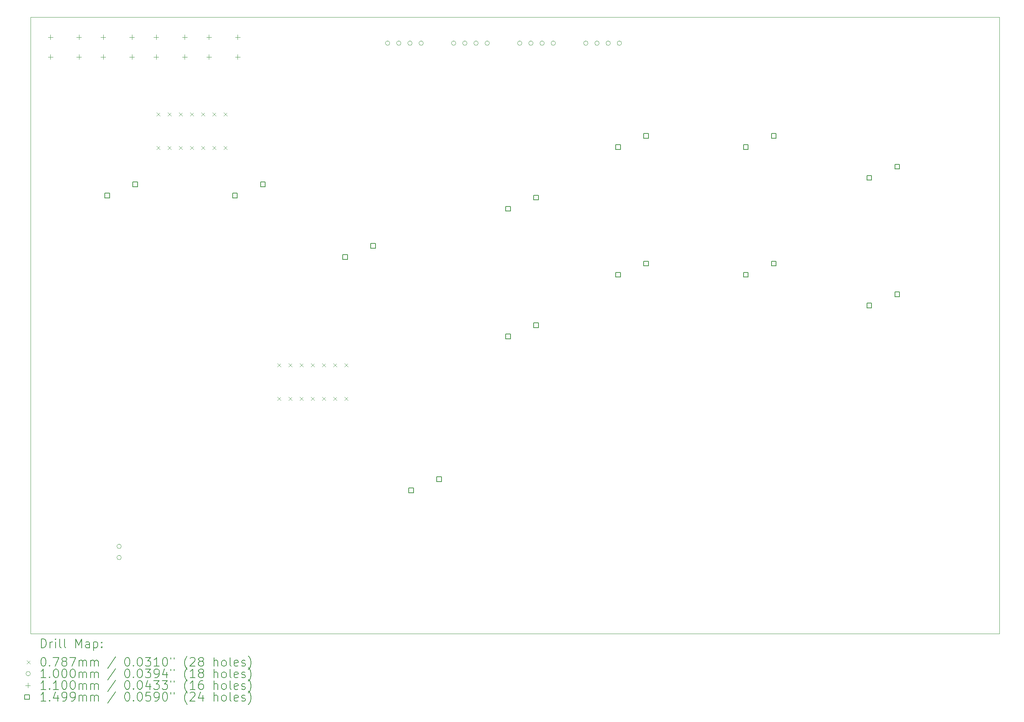
<source format=gbr>
%TF.GenerationSoftware,KiCad,Pcbnew,7.0.2*%
%TF.CreationDate,2023-06-12T14:06:48-07:00*%
%TF.ProjectId,DS5,4453352e-6b69-4636-9164-5f7063625858,rev?*%
%TF.SameCoordinates,Original*%
%TF.FileFunction,Drillmap*%
%TF.FilePolarity,Positive*%
%FSLAX45Y45*%
G04 Gerber Fmt 4.5, Leading zero omitted, Abs format (unit mm)*
G04 Created by KiCad (PCBNEW 7.0.2) date 2023-06-12 14:06:48*
%MOMM*%
%LPD*%
G01*
G04 APERTURE LIST*
%ADD10C,0.100000*%
%ADD11C,0.200000*%
%ADD12C,0.078740*%
%ADD13C,0.110000*%
%ADD14C,0.149860*%
G04 APERTURE END LIST*
D10*
X1800000Y-1700000D02*
X23800000Y-1700000D01*
X23800000Y-15700000D01*
X1800000Y-15700000D01*
X1800000Y-1700000D01*
D11*
D12*
X4660630Y-3860630D02*
X4739370Y-3939370D01*
X4739370Y-3860630D02*
X4660630Y-3939370D01*
X4660630Y-4622630D02*
X4739370Y-4701370D01*
X4739370Y-4622630D02*
X4660630Y-4701370D01*
X4914630Y-3860630D02*
X4993370Y-3939370D01*
X4993370Y-3860630D02*
X4914630Y-3939370D01*
X4914630Y-4622630D02*
X4993370Y-4701370D01*
X4993370Y-4622630D02*
X4914630Y-4701370D01*
X5168630Y-3860630D02*
X5247370Y-3939370D01*
X5247370Y-3860630D02*
X5168630Y-3939370D01*
X5168630Y-4622630D02*
X5247370Y-4701370D01*
X5247370Y-4622630D02*
X5168630Y-4701370D01*
X5422630Y-3860630D02*
X5501370Y-3939370D01*
X5501370Y-3860630D02*
X5422630Y-3939370D01*
X5422630Y-4622630D02*
X5501370Y-4701370D01*
X5501370Y-4622630D02*
X5422630Y-4701370D01*
X5676630Y-3860630D02*
X5755370Y-3939370D01*
X5755370Y-3860630D02*
X5676630Y-3939370D01*
X5676630Y-4622630D02*
X5755370Y-4701370D01*
X5755370Y-4622630D02*
X5676630Y-4701370D01*
X5930630Y-3860630D02*
X6009370Y-3939370D01*
X6009370Y-3860630D02*
X5930630Y-3939370D01*
X5930630Y-4622630D02*
X6009370Y-4701370D01*
X6009370Y-4622630D02*
X5930630Y-4701370D01*
X6184630Y-3860630D02*
X6263370Y-3939370D01*
X6263370Y-3860630D02*
X6184630Y-3939370D01*
X6184630Y-4622630D02*
X6263370Y-4701370D01*
X6263370Y-4622630D02*
X6184630Y-4701370D01*
X7406630Y-9560630D02*
X7485370Y-9639370D01*
X7485370Y-9560630D02*
X7406630Y-9639370D01*
X7406630Y-10322630D02*
X7485370Y-10401370D01*
X7485370Y-10322630D02*
X7406630Y-10401370D01*
X7660630Y-9560630D02*
X7739370Y-9639370D01*
X7739370Y-9560630D02*
X7660630Y-9639370D01*
X7660630Y-10322630D02*
X7739370Y-10401370D01*
X7739370Y-10322630D02*
X7660630Y-10401370D01*
X7914630Y-9560630D02*
X7993370Y-9639370D01*
X7993370Y-9560630D02*
X7914630Y-9639370D01*
X7914630Y-10322630D02*
X7993370Y-10401370D01*
X7993370Y-10322630D02*
X7914630Y-10401370D01*
X8168630Y-9560630D02*
X8247370Y-9639370D01*
X8247370Y-9560630D02*
X8168630Y-9639370D01*
X8168630Y-10322630D02*
X8247370Y-10401370D01*
X8247370Y-10322630D02*
X8168630Y-10401370D01*
X8422630Y-9560630D02*
X8501370Y-9639370D01*
X8501370Y-9560630D02*
X8422630Y-9639370D01*
X8422630Y-10322630D02*
X8501370Y-10401370D01*
X8501370Y-10322630D02*
X8422630Y-10401370D01*
X8676630Y-9560630D02*
X8755370Y-9639370D01*
X8755370Y-9560630D02*
X8676630Y-9639370D01*
X8676630Y-10322630D02*
X8755370Y-10401370D01*
X8755370Y-10322630D02*
X8676630Y-10401370D01*
X8930630Y-9560630D02*
X9009370Y-9639370D01*
X9009370Y-9560630D02*
X8930630Y-9639370D01*
X8930630Y-10322630D02*
X9009370Y-10401370D01*
X9009370Y-10322630D02*
X8930630Y-10401370D01*
D10*
X3860000Y-13716000D02*
G75*
G03*
X3860000Y-13716000I-50000J0D01*
G01*
X3860000Y-13970000D02*
G75*
G03*
X3860000Y-13970000I-50000J0D01*
G01*
X9956000Y-2286000D02*
G75*
G03*
X9956000Y-2286000I-50000J0D01*
G01*
X10210000Y-2286000D02*
G75*
G03*
X10210000Y-2286000I-50000J0D01*
G01*
X10464000Y-2286000D02*
G75*
G03*
X10464000Y-2286000I-50000J0D01*
G01*
X10718000Y-2286000D02*
G75*
G03*
X10718000Y-2286000I-50000J0D01*
G01*
X11456000Y-2286000D02*
G75*
G03*
X11456000Y-2286000I-50000J0D01*
G01*
X11710000Y-2286000D02*
G75*
G03*
X11710000Y-2286000I-50000J0D01*
G01*
X11964000Y-2286000D02*
G75*
G03*
X11964000Y-2286000I-50000J0D01*
G01*
X12218000Y-2286000D02*
G75*
G03*
X12218000Y-2286000I-50000J0D01*
G01*
X12956000Y-2286000D02*
G75*
G03*
X12956000Y-2286000I-50000J0D01*
G01*
X13210000Y-2286000D02*
G75*
G03*
X13210000Y-2286000I-50000J0D01*
G01*
X13464000Y-2286000D02*
G75*
G03*
X13464000Y-2286000I-50000J0D01*
G01*
X13718000Y-2286000D02*
G75*
G03*
X13718000Y-2286000I-50000J0D01*
G01*
X14456000Y-2286000D02*
G75*
G03*
X14456000Y-2286000I-50000J0D01*
G01*
X14710000Y-2286000D02*
G75*
G03*
X14710000Y-2286000I-50000J0D01*
G01*
X14964000Y-2286000D02*
G75*
G03*
X14964000Y-2286000I-50000J0D01*
G01*
X15218000Y-2286000D02*
G75*
G03*
X15218000Y-2286000I-50000J0D01*
G01*
D13*
X2250000Y-2095000D02*
X2250000Y-2205000D01*
X2195000Y-2150000D02*
X2305000Y-2150000D01*
X2250000Y-2545000D02*
X2250000Y-2655000D01*
X2195000Y-2600000D02*
X2305000Y-2600000D01*
X2900000Y-2095000D02*
X2900000Y-2205000D01*
X2845000Y-2150000D02*
X2955000Y-2150000D01*
X2900000Y-2545000D02*
X2900000Y-2655000D01*
X2845000Y-2600000D02*
X2955000Y-2600000D01*
X3450000Y-2095000D02*
X3450000Y-2205000D01*
X3395000Y-2150000D02*
X3505000Y-2150000D01*
X3450000Y-2545000D02*
X3450000Y-2655000D01*
X3395000Y-2600000D02*
X3505000Y-2600000D01*
X4100000Y-2095000D02*
X4100000Y-2205000D01*
X4045000Y-2150000D02*
X4155000Y-2150000D01*
X4100000Y-2545000D02*
X4100000Y-2655000D01*
X4045000Y-2600000D02*
X4155000Y-2600000D01*
X4650000Y-2095000D02*
X4650000Y-2205000D01*
X4595000Y-2150000D02*
X4705000Y-2150000D01*
X4650000Y-2545000D02*
X4650000Y-2655000D01*
X4595000Y-2600000D02*
X4705000Y-2600000D01*
X5300000Y-2095000D02*
X5300000Y-2205000D01*
X5245000Y-2150000D02*
X5355000Y-2150000D01*
X5300000Y-2545000D02*
X5300000Y-2655000D01*
X5245000Y-2600000D02*
X5355000Y-2600000D01*
X5850000Y-2095000D02*
X5850000Y-2205000D01*
X5795000Y-2150000D02*
X5905000Y-2150000D01*
X5850000Y-2545000D02*
X5850000Y-2655000D01*
X5795000Y-2600000D02*
X5905000Y-2600000D01*
X6500000Y-2095000D02*
X6500000Y-2205000D01*
X6445000Y-2150000D02*
X6555000Y-2150000D01*
X6500000Y-2545000D02*
X6500000Y-2655000D01*
X6445000Y-2600000D02*
X6555000Y-2600000D01*
D14*
X3592984Y-5798984D02*
X3592984Y-5693016D01*
X3487016Y-5693016D01*
X3487016Y-5798984D01*
X3592984Y-5798984D01*
X4227984Y-5544984D02*
X4227984Y-5439016D01*
X4122016Y-5439016D01*
X4122016Y-5544984D01*
X4227984Y-5544984D01*
X6492984Y-5798984D02*
X6492984Y-5693016D01*
X6387016Y-5693016D01*
X6387016Y-5798984D01*
X6492984Y-5798984D01*
X7127984Y-5544984D02*
X7127984Y-5439016D01*
X7022016Y-5439016D01*
X7022016Y-5544984D01*
X7127984Y-5544984D01*
X8992984Y-7198984D02*
X8992984Y-7093016D01*
X8887016Y-7093016D01*
X8887016Y-7198984D01*
X8992984Y-7198984D01*
X9627984Y-6944984D02*
X9627984Y-6839016D01*
X9522016Y-6839016D01*
X9522016Y-6944984D01*
X9627984Y-6944984D01*
X10492984Y-12498984D02*
X10492984Y-12393016D01*
X10387016Y-12393016D01*
X10387016Y-12498984D01*
X10492984Y-12498984D01*
X11127984Y-12244984D02*
X11127984Y-12139016D01*
X11022016Y-12139016D01*
X11022016Y-12244984D01*
X11127984Y-12244984D01*
X12692984Y-6098984D02*
X12692984Y-5993016D01*
X12587016Y-5993016D01*
X12587016Y-6098984D01*
X12692984Y-6098984D01*
X12692984Y-8998984D02*
X12692984Y-8893016D01*
X12587016Y-8893016D01*
X12587016Y-8998984D01*
X12692984Y-8998984D01*
X13327984Y-5844984D02*
X13327984Y-5739016D01*
X13222016Y-5739016D01*
X13222016Y-5844984D01*
X13327984Y-5844984D01*
X13327984Y-8744984D02*
X13327984Y-8639016D01*
X13222016Y-8639016D01*
X13222016Y-8744984D01*
X13327984Y-8744984D01*
X15192984Y-4698984D02*
X15192984Y-4593016D01*
X15087016Y-4593016D01*
X15087016Y-4698984D01*
X15192984Y-4698984D01*
X15192984Y-7598984D02*
X15192984Y-7493016D01*
X15087016Y-7493016D01*
X15087016Y-7598984D01*
X15192984Y-7598984D01*
X15827984Y-4444984D02*
X15827984Y-4339016D01*
X15722016Y-4339016D01*
X15722016Y-4444984D01*
X15827984Y-4444984D01*
X15827984Y-7344984D02*
X15827984Y-7239016D01*
X15722016Y-7239016D01*
X15722016Y-7344984D01*
X15827984Y-7344984D01*
X18092984Y-4698984D02*
X18092984Y-4593016D01*
X17987016Y-4593016D01*
X17987016Y-4698984D01*
X18092984Y-4698984D01*
X18092984Y-7598984D02*
X18092984Y-7493016D01*
X17987016Y-7493016D01*
X17987016Y-7598984D01*
X18092984Y-7598984D01*
X18727984Y-4444984D02*
X18727984Y-4339016D01*
X18622016Y-4339016D01*
X18622016Y-4444984D01*
X18727984Y-4444984D01*
X18727984Y-7344984D02*
X18727984Y-7239016D01*
X18622016Y-7239016D01*
X18622016Y-7344984D01*
X18727984Y-7344984D01*
X20892984Y-5398984D02*
X20892984Y-5293016D01*
X20787016Y-5293016D01*
X20787016Y-5398984D01*
X20892984Y-5398984D01*
X20892984Y-8298984D02*
X20892984Y-8193016D01*
X20787016Y-8193016D01*
X20787016Y-8298984D01*
X20892984Y-8298984D01*
X21527984Y-5144984D02*
X21527984Y-5039016D01*
X21422016Y-5039016D01*
X21422016Y-5144984D01*
X21527984Y-5144984D01*
X21527984Y-8044984D02*
X21527984Y-7939016D01*
X21422016Y-7939016D01*
X21422016Y-8044984D01*
X21527984Y-8044984D01*
D11*
X2042619Y-16017524D02*
X2042619Y-15817524D01*
X2042619Y-15817524D02*
X2090238Y-15817524D01*
X2090238Y-15817524D02*
X2118810Y-15827048D01*
X2118810Y-15827048D02*
X2137857Y-15846095D01*
X2137857Y-15846095D02*
X2147381Y-15865143D01*
X2147381Y-15865143D02*
X2156905Y-15903238D01*
X2156905Y-15903238D02*
X2156905Y-15931809D01*
X2156905Y-15931809D02*
X2147381Y-15969905D01*
X2147381Y-15969905D02*
X2137857Y-15988952D01*
X2137857Y-15988952D02*
X2118810Y-16008000D01*
X2118810Y-16008000D02*
X2090238Y-16017524D01*
X2090238Y-16017524D02*
X2042619Y-16017524D01*
X2242619Y-16017524D02*
X2242619Y-15884190D01*
X2242619Y-15922286D02*
X2252143Y-15903238D01*
X2252143Y-15903238D02*
X2261667Y-15893714D01*
X2261667Y-15893714D02*
X2280714Y-15884190D01*
X2280714Y-15884190D02*
X2299762Y-15884190D01*
X2366429Y-16017524D02*
X2366429Y-15884190D01*
X2366429Y-15817524D02*
X2356905Y-15827048D01*
X2356905Y-15827048D02*
X2366429Y-15836571D01*
X2366429Y-15836571D02*
X2375952Y-15827048D01*
X2375952Y-15827048D02*
X2366429Y-15817524D01*
X2366429Y-15817524D02*
X2366429Y-15836571D01*
X2490238Y-16017524D02*
X2471190Y-16008000D01*
X2471190Y-16008000D02*
X2461667Y-15988952D01*
X2461667Y-15988952D02*
X2461667Y-15817524D01*
X2595000Y-16017524D02*
X2575952Y-16008000D01*
X2575952Y-16008000D02*
X2566429Y-15988952D01*
X2566429Y-15988952D02*
X2566429Y-15817524D01*
X2823571Y-16017524D02*
X2823571Y-15817524D01*
X2823571Y-15817524D02*
X2890238Y-15960381D01*
X2890238Y-15960381D02*
X2956905Y-15817524D01*
X2956905Y-15817524D02*
X2956905Y-16017524D01*
X3137857Y-16017524D02*
X3137857Y-15912762D01*
X3137857Y-15912762D02*
X3128333Y-15893714D01*
X3128333Y-15893714D02*
X3109286Y-15884190D01*
X3109286Y-15884190D02*
X3071190Y-15884190D01*
X3071190Y-15884190D02*
X3052143Y-15893714D01*
X3137857Y-16008000D02*
X3118809Y-16017524D01*
X3118809Y-16017524D02*
X3071190Y-16017524D01*
X3071190Y-16017524D02*
X3052143Y-16008000D01*
X3052143Y-16008000D02*
X3042619Y-15988952D01*
X3042619Y-15988952D02*
X3042619Y-15969905D01*
X3042619Y-15969905D02*
X3052143Y-15950857D01*
X3052143Y-15950857D02*
X3071190Y-15941333D01*
X3071190Y-15941333D02*
X3118809Y-15941333D01*
X3118809Y-15941333D02*
X3137857Y-15931809D01*
X3233095Y-15884190D02*
X3233095Y-16084190D01*
X3233095Y-15893714D02*
X3252143Y-15884190D01*
X3252143Y-15884190D02*
X3290238Y-15884190D01*
X3290238Y-15884190D02*
X3309286Y-15893714D01*
X3309286Y-15893714D02*
X3318809Y-15903238D01*
X3318809Y-15903238D02*
X3328333Y-15922286D01*
X3328333Y-15922286D02*
X3328333Y-15979428D01*
X3328333Y-15979428D02*
X3318809Y-15998476D01*
X3318809Y-15998476D02*
X3309286Y-16008000D01*
X3309286Y-16008000D02*
X3290238Y-16017524D01*
X3290238Y-16017524D02*
X3252143Y-16017524D01*
X3252143Y-16017524D02*
X3233095Y-16008000D01*
X3414048Y-15998476D02*
X3423571Y-16008000D01*
X3423571Y-16008000D02*
X3414048Y-16017524D01*
X3414048Y-16017524D02*
X3404524Y-16008000D01*
X3404524Y-16008000D02*
X3414048Y-15998476D01*
X3414048Y-15998476D02*
X3414048Y-16017524D01*
X3414048Y-15893714D02*
X3423571Y-15903238D01*
X3423571Y-15903238D02*
X3414048Y-15912762D01*
X3414048Y-15912762D02*
X3404524Y-15903238D01*
X3404524Y-15903238D02*
X3414048Y-15893714D01*
X3414048Y-15893714D02*
X3414048Y-15912762D01*
D12*
X1716260Y-16305630D02*
X1795000Y-16384370D01*
X1795000Y-16305630D02*
X1716260Y-16384370D01*
D11*
X2080714Y-16237524D02*
X2099762Y-16237524D01*
X2099762Y-16237524D02*
X2118810Y-16247048D01*
X2118810Y-16247048D02*
X2128333Y-16256571D01*
X2128333Y-16256571D02*
X2137857Y-16275619D01*
X2137857Y-16275619D02*
X2147381Y-16313714D01*
X2147381Y-16313714D02*
X2147381Y-16361333D01*
X2147381Y-16361333D02*
X2137857Y-16399428D01*
X2137857Y-16399428D02*
X2128333Y-16418476D01*
X2128333Y-16418476D02*
X2118810Y-16428000D01*
X2118810Y-16428000D02*
X2099762Y-16437524D01*
X2099762Y-16437524D02*
X2080714Y-16437524D01*
X2080714Y-16437524D02*
X2061667Y-16428000D01*
X2061667Y-16428000D02*
X2052143Y-16418476D01*
X2052143Y-16418476D02*
X2042619Y-16399428D01*
X2042619Y-16399428D02*
X2033095Y-16361333D01*
X2033095Y-16361333D02*
X2033095Y-16313714D01*
X2033095Y-16313714D02*
X2042619Y-16275619D01*
X2042619Y-16275619D02*
X2052143Y-16256571D01*
X2052143Y-16256571D02*
X2061667Y-16247048D01*
X2061667Y-16247048D02*
X2080714Y-16237524D01*
X2233095Y-16418476D02*
X2242619Y-16428000D01*
X2242619Y-16428000D02*
X2233095Y-16437524D01*
X2233095Y-16437524D02*
X2223571Y-16428000D01*
X2223571Y-16428000D02*
X2233095Y-16418476D01*
X2233095Y-16418476D02*
X2233095Y-16437524D01*
X2309286Y-16237524D02*
X2442619Y-16237524D01*
X2442619Y-16237524D02*
X2356905Y-16437524D01*
X2547381Y-16323238D02*
X2528333Y-16313714D01*
X2528333Y-16313714D02*
X2518810Y-16304190D01*
X2518810Y-16304190D02*
X2509286Y-16285143D01*
X2509286Y-16285143D02*
X2509286Y-16275619D01*
X2509286Y-16275619D02*
X2518810Y-16256571D01*
X2518810Y-16256571D02*
X2528333Y-16247048D01*
X2528333Y-16247048D02*
X2547381Y-16237524D01*
X2547381Y-16237524D02*
X2585476Y-16237524D01*
X2585476Y-16237524D02*
X2604524Y-16247048D01*
X2604524Y-16247048D02*
X2614048Y-16256571D01*
X2614048Y-16256571D02*
X2623571Y-16275619D01*
X2623571Y-16275619D02*
X2623571Y-16285143D01*
X2623571Y-16285143D02*
X2614048Y-16304190D01*
X2614048Y-16304190D02*
X2604524Y-16313714D01*
X2604524Y-16313714D02*
X2585476Y-16323238D01*
X2585476Y-16323238D02*
X2547381Y-16323238D01*
X2547381Y-16323238D02*
X2528333Y-16332762D01*
X2528333Y-16332762D02*
X2518810Y-16342286D01*
X2518810Y-16342286D02*
X2509286Y-16361333D01*
X2509286Y-16361333D02*
X2509286Y-16399428D01*
X2509286Y-16399428D02*
X2518810Y-16418476D01*
X2518810Y-16418476D02*
X2528333Y-16428000D01*
X2528333Y-16428000D02*
X2547381Y-16437524D01*
X2547381Y-16437524D02*
X2585476Y-16437524D01*
X2585476Y-16437524D02*
X2604524Y-16428000D01*
X2604524Y-16428000D02*
X2614048Y-16418476D01*
X2614048Y-16418476D02*
X2623571Y-16399428D01*
X2623571Y-16399428D02*
X2623571Y-16361333D01*
X2623571Y-16361333D02*
X2614048Y-16342286D01*
X2614048Y-16342286D02*
X2604524Y-16332762D01*
X2604524Y-16332762D02*
X2585476Y-16323238D01*
X2690238Y-16237524D02*
X2823571Y-16237524D01*
X2823571Y-16237524D02*
X2737857Y-16437524D01*
X2899762Y-16437524D02*
X2899762Y-16304190D01*
X2899762Y-16323238D02*
X2909286Y-16313714D01*
X2909286Y-16313714D02*
X2928333Y-16304190D01*
X2928333Y-16304190D02*
X2956905Y-16304190D01*
X2956905Y-16304190D02*
X2975952Y-16313714D01*
X2975952Y-16313714D02*
X2985476Y-16332762D01*
X2985476Y-16332762D02*
X2985476Y-16437524D01*
X2985476Y-16332762D02*
X2995000Y-16313714D01*
X2995000Y-16313714D02*
X3014048Y-16304190D01*
X3014048Y-16304190D02*
X3042619Y-16304190D01*
X3042619Y-16304190D02*
X3061667Y-16313714D01*
X3061667Y-16313714D02*
X3071190Y-16332762D01*
X3071190Y-16332762D02*
X3071190Y-16437524D01*
X3166429Y-16437524D02*
X3166429Y-16304190D01*
X3166429Y-16323238D02*
X3175952Y-16313714D01*
X3175952Y-16313714D02*
X3195000Y-16304190D01*
X3195000Y-16304190D02*
X3223571Y-16304190D01*
X3223571Y-16304190D02*
X3242619Y-16313714D01*
X3242619Y-16313714D02*
X3252143Y-16332762D01*
X3252143Y-16332762D02*
X3252143Y-16437524D01*
X3252143Y-16332762D02*
X3261667Y-16313714D01*
X3261667Y-16313714D02*
X3280714Y-16304190D01*
X3280714Y-16304190D02*
X3309286Y-16304190D01*
X3309286Y-16304190D02*
X3328333Y-16313714D01*
X3328333Y-16313714D02*
X3337857Y-16332762D01*
X3337857Y-16332762D02*
X3337857Y-16437524D01*
X3728333Y-16228000D02*
X3556905Y-16485143D01*
X3985476Y-16237524D02*
X4004524Y-16237524D01*
X4004524Y-16237524D02*
X4023572Y-16247048D01*
X4023572Y-16247048D02*
X4033095Y-16256571D01*
X4033095Y-16256571D02*
X4042619Y-16275619D01*
X4042619Y-16275619D02*
X4052143Y-16313714D01*
X4052143Y-16313714D02*
X4052143Y-16361333D01*
X4052143Y-16361333D02*
X4042619Y-16399428D01*
X4042619Y-16399428D02*
X4033095Y-16418476D01*
X4033095Y-16418476D02*
X4023572Y-16428000D01*
X4023572Y-16428000D02*
X4004524Y-16437524D01*
X4004524Y-16437524D02*
X3985476Y-16437524D01*
X3985476Y-16437524D02*
X3966429Y-16428000D01*
X3966429Y-16428000D02*
X3956905Y-16418476D01*
X3956905Y-16418476D02*
X3947381Y-16399428D01*
X3947381Y-16399428D02*
X3937857Y-16361333D01*
X3937857Y-16361333D02*
X3937857Y-16313714D01*
X3937857Y-16313714D02*
X3947381Y-16275619D01*
X3947381Y-16275619D02*
X3956905Y-16256571D01*
X3956905Y-16256571D02*
X3966429Y-16247048D01*
X3966429Y-16247048D02*
X3985476Y-16237524D01*
X4137857Y-16418476D02*
X4147381Y-16428000D01*
X4147381Y-16428000D02*
X4137857Y-16437524D01*
X4137857Y-16437524D02*
X4128333Y-16428000D01*
X4128333Y-16428000D02*
X4137857Y-16418476D01*
X4137857Y-16418476D02*
X4137857Y-16437524D01*
X4271191Y-16237524D02*
X4290238Y-16237524D01*
X4290238Y-16237524D02*
X4309286Y-16247048D01*
X4309286Y-16247048D02*
X4318810Y-16256571D01*
X4318810Y-16256571D02*
X4328334Y-16275619D01*
X4328334Y-16275619D02*
X4337857Y-16313714D01*
X4337857Y-16313714D02*
X4337857Y-16361333D01*
X4337857Y-16361333D02*
X4328334Y-16399428D01*
X4328334Y-16399428D02*
X4318810Y-16418476D01*
X4318810Y-16418476D02*
X4309286Y-16428000D01*
X4309286Y-16428000D02*
X4290238Y-16437524D01*
X4290238Y-16437524D02*
X4271191Y-16437524D01*
X4271191Y-16437524D02*
X4252143Y-16428000D01*
X4252143Y-16428000D02*
X4242619Y-16418476D01*
X4242619Y-16418476D02*
X4233095Y-16399428D01*
X4233095Y-16399428D02*
X4223572Y-16361333D01*
X4223572Y-16361333D02*
X4223572Y-16313714D01*
X4223572Y-16313714D02*
X4233095Y-16275619D01*
X4233095Y-16275619D02*
X4242619Y-16256571D01*
X4242619Y-16256571D02*
X4252143Y-16247048D01*
X4252143Y-16247048D02*
X4271191Y-16237524D01*
X4404524Y-16237524D02*
X4528334Y-16237524D01*
X4528334Y-16237524D02*
X4461667Y-16313714D01*
X4461667Y-16313714D02*
X4490238Y-16313714D01*
X4490238Y-16313714D02*
X4509286Y-16323238D01*
X4509286Y-16323238D02*
X4518810Y-16332762D01*
X4518810Y-16332762D02*
X4528334Y-16351809D01*
X4528334Y-16351809D02*
X4528334Y-16399428D01*
X4528334Y-16399428D02*
X4518810Y-16418476D01*
X4518810Y-16418476D02*
X4509286Y-16428000D01*
X4509286Y-16428000D02*
X4490238Y-16437524D01*
X4490238Y-16437524D02*
X4433095Y-16437524D01*
X4433095Y-16437524D02*
X4414048Y-16428000D01*
X4414048Y-16428000D02*
X4404524Y-16418476D01*
X4718810Y-16437524D02*
X4604524Y-16437524D01*
X4661667Y-16437524D02*
X4661667Y-16237524D01*
X4661667Y-16237524D02*
X4642619Y-16266095D01*
X4642619Y-16266095D02*
X4623572Y-16285143D01*
X4623572Y-16285143D02*
X4604524Y-16294667D01*
X4842619Y-16237524D02*
X4861667Y-16237524D01*
X4861667Y-16237524D02*
X4880715Y-16247048D01*
X4880715Y-16247048D02*
X4890238Y-16256571D01*
X4890238Y-16256571D02*
X4899762Y-16275619D01*
X4899762Y-16275619D02*
X4909286Y-16313714D01*
X4909286Y-16313714D02*
X4909286Y-16361333D01*
X4909286Y-16361333D02*
X4899762Y-16399428D01*
X4899762Y-16399428D02*
X4890238Y-16418476D01*
X4890238Y-16418476D02*
X4880715Y-16428000D01*
X4880715Y-16428000D02*
X4861667Y-16437524D01*
X4861667Y-16437524D02*
X4842619Y-16437524D01*
X4842619Y-16437524D02*
X4823572Y-16428000D01*
X4823572Y-16428000D02*
X4814048Y-16418476D01*
X4814048Y-16418476D02*
X4804524Y-16399428D01*
X4804524Y-16399428D02*
X4795000Y-16361333D01*
X4795000Y-16361333D02*
X4795000Y-16313714D01*
X4795000Y-16313714D02*
X4804524Y-16275619D01*
X4804524Y-16275619D02*
X4814048Y-16256571D01*
X4814048Y-16256571D02*
X4823572Y-16247048D01*
X4823572Y-16247048D02*
X4842619Y-16237524D01*
X4985476Y-16237524D02*
X4985476Y-16275619D01*
X5061667Y-16237524D02*
X5061667Y-16275619D01*
X5356905Y-16513714D02*
X5347381Y-16504190D01*
X5347381Y-16504190D02*
X5328334Y-16475619D01*
X5328334Y-16475619D02*
X5318810Y-16456571D01*
X5318810Y-16456571D02*
X5309286Y-16428000D01*
X5309286Y-16428000D02*
X5299762Y-16380381D01*
X5299762Y-16380381D02*
X5299762Y-16342286D01*
X5299762Y-16342286D02*
X5309286Y-16294667D01*
X5309286Y-16294667D02*
X5318810Y-16266095D01*
X5318810Y-16266095D02*
X5328334Y-16247048D01*
X5328334Y-16247048D02*
X5347381Y-16218476D01*
X5347381Y-16218476D02*
X5356905Y-16208952D01*
X5423572Y-16256571D02*
X5433096Y-16247048D01*
X5433096Y-16247048D02*
X5452143Y-16237524D01*
X5452143Y-16237524D02*
X5499762Y-16237524D01*
X5499762Y-16237524D02*
X5518810Y-16247048D01*
X5518810Y-16247048D02*
X5528334Y-16256571D01*
X5528334Y-16256571D02*
X5537857Y-16275619D01*
X5537857Y-16275619D02*
X5537857Y-16294667D01*
X5537857Y-16294667D02*
X5528334Y-16323238D01*
X5528334Y-16323238D02*
X5414048Y-16437524D01*
X5414048Y-16437524D02*
X5537857Y-16437524D01*
X5652143Y-16323238D02*
X5633095Y-16313714D01*
X5633095Y-16313714D02*
X5623572Y-16304190D01*
X5623572Y-16304190D02*
X5614048Y-16285143D01*
X5614048Y-16285143D02*
X5614048Y-16275619D01*
X5614048Y-16275619D02*
X5623572Y-16256571D01*
X5623572Y-16256571D02*
X5633095Y-16247048D01*
X5633095Y-16247048D02*
X5652143Y-16237524D01*
X5652143Y-16237524D02*
X5690238Y-16237524D01*
X5690238Y-16237524D02*
X5709286Y-16247048D01*
X5709286Y-16247048D02*
X5718810Y-16256571D01*
X5718810Y-16256571D02*
X5728334Y-16275619D01*
X5728334Y-16275619D02*
X5728334Y-16285143D01*
X5728334Y-16285143D02*
X5718810Y-16304190D01*
X5718810Y-16304190D02*
X5709286Y-16313714D01*
X5709286Y-16313714D02*
X5690238Y-16323238D01*
X5690238Y-16323238D02*
X5652143Y-16323238D01*
X5652143Y-16323238D02*
X5633095Y-16332762D01*
X5633095Y-16332762D02*
X5623572Y-16342286D01*
X5623572Y-16342286D02*
X5614048Y-16361333D01*
X5614048Y-16361333D02*
X5614048Y-16399428D01*
X5614048Y-16399428D02*
X5623572Y-16418476D01*
X5623572Y-16418476D02*
X5633095Y-16428000D01*
X5633095Y-16428000D02*
X5652143Y-16437524D01*
X5652143Y-16437524D02*
X5690238Y-16437524D01*
X5690238Y-16437524D02*
X5709286Y-16428000D01*
X5709286Y-16428000D02*
X5718810Y-16418476D01*
X5718810Y-16418476D02*
X5728334Y-16399428D01*
X5728334Y-16399428D02*
X5728334Y-16361333D01*
X5728334Y-16361333D02*
X5718810Y-16342286D01*
X5718810Y-16342286D02*
X5709286Y-16332762D01*
X5709286Y-16332762D02*
X5690238Y-16323238D01*
X5966429Y-16437524D02*
X5966429Y-16237524D01*
X6052143Y-16437524D02*
X6052143Y-16332762D01*
X6052143Y-16332762D02*
X6042619Y-16313714D01*
X6042619Y-16313714D02*
X6023572Y-16304190D01*
X6023572Y-16304190D02*
X5995000Y-16304190D01*
X5995000Y-16304190D02*
X5975953Y-16313714D01*
X5975953Y-16313714D02*
X5966429Y-16323238D01*
X6175953Y-16437524D02*
X6156905Y-16428000D01*
X6156905Y-16428000D02*
X6147381Y-16418476D01*
X6147381Y-16418476D02*
X6137857Y-16399428D01*
X6137857Y-16399428D02*
X6137857Y-16342286D01*
X6137857Y-16342286D02*
X6147381Y-16323238D01*
X6147381Y-16323238D02*
X6156905Y-16313714D01*
X6156905Y-16313714D02*
X6175953Y-16304190D01*
X6175953Y-16304190D02*
X6204524Y-16304190D01*
X6204524Y-16304190D02*
X6223572Y-16313714D01*
X6223572Y-16313714D02*
X6233096Y-16323238D01*
X6233096Y-16323238D02*
X6242619Y-16342286D01*
X6242619Y-16342286D02*
X6242619Y-16399428D01*
X6242619Y-16399428D02*
X6233096Y-16418476D01*
X6233096Y-16418476D02*
X6223572Y-16428000D01*
X6223572Y-16428000D02*
X6204524Y-16437524D01*
X6204524Y-16437524D02*
X6175953Y-16437524D01*
X6356905Y-16437524D02*
X6337857Y-16428000D01*
X6337857Y-16428000D02*
X6328334Y-16408952D01*
X6328334Y-16408952D02*
X6328334Y-16237524D01*
X6509286Y-16428000D02*
X6490238Y-16437524D01*
X6490238Y-16437524D02*
X6452143Y-16437524D01*
X6452143Y-16437524D02*
X6433096Y-16428000D01*
X6433096Y-16428000D02*
X6423572Y-16408952D01*
X6423572Y-16408952D02*
X6423572Y-16332762D01*
X6423572Y-16332762D02*
X6433096Y-16313714D01*
X6433096Y-16313714D02*
X6452143Y-16304190D01*
X6452143Y-16304190D02*
X6490238Y-16304190D01*
X6490238Y-16304190D02*
X6509286Y-16313714D01*
X6509286Y-16313714D02*
X6518810Y-16332762D01*
X6518810Y-16332762D02*
X6518810Y-16351809D01*
X6518810Y-16351809D02*
X6423572Y-16370857D01*
X6595000Y-16428000D02*
X6614048Y-16437524D01*
X6614048Y-16437524D02*
X6652143Y-16437524D01*
X6652143Y-16437524D02*
X6671191Y-16428000D01*
X6671191Y-16428000D02*
X6680715Y-16408952D01*
X6680715Y-16408952D02*
X6680715Y-16399428D01*
X6680715Y-16399428D02*
X6671191Y-16380381D01*
X6671191Y-16380381D02*
X6652143Y-16370857D01*
X6652143Y-16370857D02*
X6623572Y-16370857D01*
X6623572Y-16370857D02*
X6604524Y-16361333D01*
X6604524Y-16361333D02*
X6595000Y-16342286D01*
X6595000Y-16342286D02*
X6595000Y-16332762D01*
X6595000Y-16332762D02*
X6604524Y-16313714D01*
X6604524Y-16313714D02*
X6623572Y-16304190D01*
X6623572Y-16304190D02*
X6652143Y-16304190D01*
X6652143Y-16304190D02*
X6671191Y-16313714D01*
X6747381Y-16513714D02*
X6756905Y-16504190D01*
X6756905Y-16504190D02*
X6775953Y-16475619D01*
X6775953Y-16475619D02*
X6785477Y-16456571D01*
X6785477Y-16456571D02*
X6795000Y-16428000D01*
X6795000Y-16428000D02*
X6804524Y-16380381D01*
X6804524Y-16380381D02*
X6804524Y-16342286D01*
X6804524Y-16342286D02*
X6795000Y-16294667D01*
X6795000Y-16294667D02*
X6785477Y-16266095D01*
X6785477Y-16266095D02*
X6775953Y-16247048D01*
X6775953Y-16247048D02*
X6756905Y-16218476D01*
X6756905Y-16218476D02*
X6747381Y-16208952D01*
D10*
X1795000Y-16609000D02*
G75*
G03*
X1795000Y-16609000I-50000J0D01*
G01*
D11*
X2147381Y-16701524D02*
X2033095Y-16701524D01*
X2090238Y-16701524D02*
X2090238Y-16501524D01*
X2090238Y-16501524D02*
X2071190Y-16530095D01*
X2071190Y-16530095D02*
X2052143Y-16549143D01*
X2052143Y-16549143D02*
X2033095Y-16558667D01*
X2233095Y-16682476D02*
X2242619Y-16692000D01*
X2242619Y-16692000D02*
X2233095Y-16701524D01*
X2233095Y-16701524D02*
X2223571Y-16692000D01*
X2223571Y-16692000D02*
X2233095Y-16682476D01*
X2233095Y-16682476D02*
X2233095Y-16701524D01*
X2366429Y-16501524D02*
X2385476Y-16501524D01*
X2385476Y-16501524D02*
X2404524Y-16511048D01*
X2404524Y-16511048D02*
X2414048Y-16520571D01*
X2414048Y-16520571D02*
X2423571Y-16539619D01*
X2423571Y-16539619D02*
X2433095Y-16577714D01*
X2433095Y-16577714D02*
X2433095Y-16625333D01*
X2433095Y-16625333D02*
X2423571Y-16663428D01*
X2423571Y-16663428D02*
X2414048Y-16682476D01*
X2414048Y-16682476D02*
X2404524Y-16692000D01*
X2404524Y-16692000D02*
X2385476Y-16701524D01*
X2385476Y-16701524D02*
X2366429Y-16701524D01*
X2366429Y-16701524D02*
X2347381Y-16692000D01*
X2347381Y-16692000D02*
X2337857Y-16682476D01*
X2337857Y-16682476D02*
X2328333Y-16663428D01*
X2328333Y-16663428D02*
X2318810Y-16625333D01*
X2318810Y-16625333D02*
X2318810Y-16577714D01*
X2318810Y-16577714D02*
X2328333Y-16539619D01*
X2328333Y-16539619D02*
X2337857Y-16520571D01*
X2337857Y-16520571D02*
X2347381Y-16511048D01*
X2347381Y-16511048D02*
X2366429Y-16501524D01*
X2556905Y-16501524D02*
X2575952Y-16501524D01*
X2575952Y-16501524D02*
X2595000Y-16511048D01*
X2595000Y-16511048D02*
X2604524Y-16520571D01*
X2604524Y-16520571D02*
X2614048Y-16539619D01*
X2614048Y-16539619D02*
X2623571Y-16577714D01*
X2623571Y-16577714D02*
X2623571Y-16625333D01*
X2623571Y-16625333D02*
X2614048Y-16663428D01*
X2614048Y-16663428D02*
X2604524Y-16682476D01*
X2604524Y-16682476D02*
X2595000Y-16692000D01*
X2595000Y-16692000D02*
X2575952Y-16701524D01*
X2575952Y-16701524D02*
X2556905Y-16701524D01*
X2556905Y-16701524D02*
X2537857Y-16692000D01*
X2537857Y-16692000D02*
X2528333Y-16682476D01*
X2528333Y-16682476D02*
X2518810Y-16663428D01*
X2518810Y-16663428D02*
X2509286Y-16625333D01*
X2509286Y-16625333D02*
X2509286Y-16577714D01*
X2509286Y-16577714D02*
X2518810Y-16539619D01*
X2518810Y-16539619D02*
X2528333Y-16520571D01*
X2528333Y-16520571D02*
X2537857Y-16511048D01*
X2537857Y-16511048D02*
X2556905Y-16501524D01*
X2747381Y-16501524D02*
X2766429Y-16501524D01*
X2766429Y-16501524D02*
X2785476Y-16511048D01*
X2785476Y-16511048D02*
X2795000Y-16520571D01*
X2795000Y-16520571D02*
X2804524Y-16539619D01*
X2804524Y-16539619D02*
X2814048Y-16577714D01*
X2814048Y-16577714D02*
X2814048Y-16625333D01*
X2814048Y-16625333D02*
X2804524Y-16663428D01*
X2804524Y-16663428D02*
X2795000Y-16682476D01*
X2795000Y-16682476D02*
X2785476Y-16692000D01*
X2785476Y-16692000D02*
X2766429Y-16701524D01*
X2766429Y-16701524D02*
X2747381Y-16701524D01*
X2747381Y-16701524D02*
X2728333Y-16692000D01*
X2728333Y-16692000D02*
X2718810Y-16682476D01*
X2718810Y-16682476D02*
X2709286Y-16663428D01*
X2709286Y-16663428D02*
X2699762Y-16625333D01*
X2699762Y-16625333D02*
X2699762Y-16577714D01*
X2699762Y-16577714D02*
X2709286Y-16539619D01*
X2709286Y-16539619D02*
X2718810Y-16520571D01*
X2718810Y-16520571D02*
X2728333Y-16511048D01*
X2728333Y-16511048D02*
X2747381Y-16501524D01*
X2899762Y-16701524D02*
X2899762Y-16568190D01*
X2899762Y-16587238D02*
X2909286Y-16577714D01*
X2909286Y-16577714D02*
X2928333Y-16568190D01*
X2928333Y-16568190D02*
X2956905Y-16568190D01*
X2956905Y-16568190D02*
X2975952Y-16577714D01*
X2975952Y-16577714D02*
X2985476Y-16596762D01*
X2985476Y-16596762D02*
X2985476Y-16701524D01*
X2985476Y-16596762D02*
X2995000Y-16577714D01*
X2995000Y-16577714D02*
X3014048Y-16568190D01*
X3014048Y-16568190D02*
X3042619Y-16568190D01*
X3042619Y-16568190D02*
X3061667Y-16577714D01*
X3061667Y-16577714D02*
X3071190Y-16596762D01*
X3071190Y-16596762D02*
X3071190Y-16701524D01*
X3166429Y-16701524D02*
X3166429Y-16568190D01*
X3166429Y-16587238D02*
X3175952Y-16577714D01*
X3175952Y-16577714D02*
X3195000Y-16568190D01*
X3195000Y-16568190D02*
X3223571Y-16568190D01*
X3223571Y-16568190D02*
X3242619Y-16577714D01*
X3242619Y-16577714D02*
X3252143Y-16596762D01*
X3252143Y-16596762D02*
X3252143Y-16701524D01*
X3252143Y-16596762D02*
X3261667Y-16577714D01*
X3261667Y-16577714D02*
X3280714Y-16568190D01*
X3280714Y-16568190D02*
X3309286Y-16568190D01*
X3309286Y-16568190D02*
X3328333Y-16577714D01*
X3328333Y-16577714D02*
X3337857Y-16596762D01*
X3337857Y-16596762D02*
X3337857Y-16701524D01*
X3728333Y-16492000D02*
X3556905Y-16749143D01*
X3985476Y-16501524D02*
X4004524Y-16501524D01*
X4004524Y-16501524D02*
X4023572Y-16511048D01*
X4023572Y-16511048D02*
X4033095Y-16520571D01*
X4033095Y-16520571D02*
X4042619Y-16539619D01*
X4042619Y-16539619D02*
X4052143Y-16577714D01*
X4052143Y-16577714D02*
X4052143Y-16625333D01*
X4052143Y-16625333D02*
X4042619Y-16663428D01*
X4042619Y-16663428D02*
X4033095Y-16682476D01*
X4033095Y-16682476D02*
X4023572Y-16692000D01*
X4023572Y-16692000D02*
X4004524Y-16701524D01*
X4004524Y-16701524D02*
X3985476Y-16701524D01*
X3985476Y-16701524D02*
X3966429Y-16692000D01*
X3966429Y-16692000D02*
X3956905Y-16682476D01*
X3956905Y-16682476D02*
X3947381Y-16663428D01*
X3947381Y-16663428D02*
X3937857Y-16625333D01*
X3937857Y-16625333D02*
X3937857Y-16577714D01*
X3937857Y-16577714D02*
X3947381Y-16539619D01*
X3947381Y-16539619D02*
X3956905Y-16520571D01*
X3956905Y-16520571D02*
X3966429Y-16511048D01*
X3966429Y-16511048D02*
X3985476Y-16501524D01*
X4137857Y-16682476D02*
X4147381Y-16692000D01*
X4147381Y-16692000D02*
X4137857Y-16701524D01*
X4137857Y-16701524D02*
X4128333Y-16692000D01*
X4128333Y-16692000D02*
X4137857Y-16682476D01*
X4137857Y-16682476D02*
X4137857Y-16701524D01*
X4271191Y-16501524D02*
X4290238Y-16501524D01*
X4290238Y-16501524D02*
X4309286Y-16511048D01*
X4309286Y-16511048D02*
X4318810Y-16520571D01*
X4318810Y-16520571D02*
X4328334Y-16539619D01*
X4328334Y-16539619D02*
X4337857Y-16577714D01*
X4337857Y-16577714D02*
X4337857Y-16625333D01*
X4337857Y-16625333D02*
X4328334Y-16663428D01*
X4328334Y-16663428D02*
X4318810Y-16682476D01*
X4318810Y-16682476D02*
X4309286Y-16692000D01*
X4309286Y-16692000D02*
X4290238Y-16701524D01*
X4290238Y-16701524D02*
X4271191Y-16701524D01*
X4271191Y-16701524D02*
X4252143Y-16692000D01*
X4252143Y-16692000D02*
X4242619Y-16682476D01*
X4242619Y-16682476D02*
X4233095Y-16663428D01*
X4233095Y-16663428D02*
X4223572Y-16625333D01*
X4223572Y-16625333D02*
X4223572Y-16577714D01*
X4223572Y-16577714D02*
X4233095Y-16539619D01*
X4233095Y-16539619D02*
X4242619Y-16520571D01*
X4242619Y-16520571D02*
X4252143Y-16511048D01*
X4252143Y-16511048D02*
X4271191Y-16501524D01*
X4404524Y-16501524D02*
X4528334Y-16501524D01*
X4528334Y-16501524D02*
X4461667Y-16577714D01*
X4461667Y-16577714D02*
X4490238Y-16577714D01*
X4490238Y-16577714D02*
X4509286Y-16587238D01*
X4509286Y-16587238D02*
X4518810Y-16596762D01*
X4518810Y-16596762D02*
X4528334Y-16615809D01*
X4528334Y-16615809D02*
X4528334Y-16663428D01*
X4528334Y-16663428D02*
X4518810Y-16682476D01*
X4518810Y-16682476D02*
X4509286Y-16692000D01*
X4509286Y-16692000D02*
X4490238Y-16701524D01*
X4490238Y-16701524D02*
X4433095Y-16701524D01*
X4433095Y-16701524D02*
X4414048Y-16692000D01*
X4414048Y-16692000D02*
X4404524Y-16682476D01*
X4623572Y-16701524D02*
X4661667Y-16701524D01*
X4661667Y-16701524D02*
X4680715Y-16692000D01*
X4680715Y-16692000D02*
X4690238Y-16682476D01*
X4690238Y-16682476D02*
X4709286Y-16653905D01*
X4709286Y-16653905D02*
X4718810Y-16615809D01*
X4718810Y-16615809D02*
X4718810Y-16539619D01*
X4718810Y-16539619D02*
X4709286Y-16520571D01*
X4709286Y-16520571D02*
X4699762Y-16511048D01*
X4699762Y-16511048D02*
X4680715Y-16501524D01*
X4680715Y-16501524D02*
X4642619Y-16501524D01*
X4642619Y-16501524D02*
X4623572Y-16511048D01*
X4623572Y-16511048D02*
X4614048Y-16520571D01*
X4614048Y-16520571D02*
X4604524Y-16539619D01*
X4604524Y-16539619D02*
X4604524Y-16587238D01*
X4604524Y-16587238D02*
X4614048Y-16606286D01*
X4614048Y-16606286D02*
X4623572Y-16615809D01*
X4623572Y-16615809D02*
X4642619Y-16625333D01*
X4642619Y-16625333D02*
X4680715Y-16625333D01*
X4680715Y-16625333D02*
X4699762Y-16615809D01*
X4699762Y-16615809D02*
X4709286Y-16606286D01*
X4709286Y-16606286D02*
X4718810Y-16587238D01*
X4890238Y-16568190D02*
X4890238Y-16701524D01*
X4842619Y-16492000D02*
X4795000Y-16634857D01*
X4795000Y-16634857D02*
X4918810Y-16634857D01*
X4985476Y-16501524D02*
X4985476Y-16539619D01*
X5061667Y-16501524D02*
X5061667Y-16539619D01*
X5356905Y-16777714D02*
X5347381Y-16768190D01*
X5347381Y-16768190D02*
X5328334Y-16739619D01*
X5328334Y-16739619D02*
X5318810Y-16720571D01*
X5318810Y-16720571D02*
X5309286Y-16692000D01*
X5309286Y-16692000D02*
X5299762Y-16644381D01*
X5299762Y-16644381D02*
X5299762Y-16606286D01*
X5299762Y-16606286D02*
X5309286Y-16558667D01*
X5309286Y-16558667D02*
X5318810Y-16530095D01*
X5318810Y-16530095D02*
X5328334Y-16511048D01*
X5328334Y-16511048D02*
X5347381Y-16482476D01*
X5347381Y-16482476D02*
X5356905Y-16472952D01*
X5537857Y-16701524D02*
X5423572Y-16701524D01*
X5480715Y-16701524D02*
X5480715Y-16501524D01*
X5480715Y-16501524D02*
X5461667Y-16530095D01*
X5461667Y-16530095D02*
X5442619Y-16549143D01*
X5442619Y-16549143D02*
X5423572Y-16558667D01*
X5652143Y-16587238D02*
X5633095Y-16577714D01*
X5633095Y-16577714D02*
X5623572Y-16568190D01*
X5623572Y-16568190D02*
X5614048Y-16549143D01*
X5614048Y-16549143D02*
X5614048Y-16539619D01*
X5614048Y-16539619D02*
X5623572Y-16520571D01*
X5623572Y-16520571D02*
X5633095Y-16511048D01*
X5633095Y-16511048D02*
X5652143Y-16501524D01*
X5652143Y-16501524D02*
X5690238Y-16501524D01*
X5690238Y-16501524D02*
X5709286Y-16511048D01*
X5709286Y-16511048D02*
X5718810Y-16520571D01*
X5718810Y-16520571D02*
X5728334Y-16539619D01*
X5728334Y-16539619D02*
X5728334Y-16549143D01*
X5728334Y-16549143D02*
X5718810Y-16568190D01*
X5718810Y-16568190D02*
X5709286Y-16577714D01*
X5709286Y-16577714D02*
X5690238Y-16587238D01*
X5690238Y-16587238D02*
X5652143Y-16587238D01*
X5652143Y-16587238D02*
X5633095Y-16596762D01*
X5633095Y-16596762D02*
X5623572Y-16606286D01*
X5623572Y-16606286D02*
X5614048Y-16625333D01*
X5614048Y-16625333D02*
X5614048Y-16663428D01*
X5614048Y-16663428D02*
X5623572Y-16682476D01*
X5623572Y-16682476D02*
X5633095Y-16692000D01*
X5633095Y-16692000D02*
X5652143Y-16701524D01*
X5652143Y-16701524D02*
X5690238Y-16701524D01*
X5690238Y-16701524D02*
X5709286Y-16692000D01*
X5709286Y-16692000D02*
X5718810Y-16682476D01*
X5718810Y-16682476D02*
X5728334Y-16663428D01*
X5728334Y-16663428D02*
X5728334Y-16625333D01*
X5728334Y-16625333D02*
X5718810Y-16606286D01*
X5718810Y-16606286D02*
X5709286Y-16596762D01*
X5709286Y-16596762D02*
X5690238Y-16587238D01*
X5966429Y-16701524D02*
X5966429Y-16501524D01*
X6052143Y-16701524D02*
X6052143Y-16596762D01*
X6052143Y-16596762D02*
X6042619Y-16577714D01*
X6042619Y-16577714D02*
X6023572Y-16568190D01*
X6023572Y-16568190D02*
X5995000Y-16568190D01*
X5995000Y-16568190D02*
X5975953Y-16577714D01*
X5975953Y-16577714D02*
X5966429Y-16587238D01*
X6175953Y-16701524D02*
X6156905Y-16692000D01*
X6156905Y-16692000D02*
X6147381Y-16682476D01*
X6147381Y-16682476D02*
X6137857Y-16663428D01*
X6137857Y-16663428D02*
X6137857Y-16606286D01*
X6137857Y-16606286D02*
X6147381Y-16587238D01*
X6147381Y-16587238D02*
X6156905Y-16577714D01*
X6156905Y-16577714D02*
X6175953Y-16568190D01*
X6175953Y-16568190D02*
X6204524Y-16568190D01*
X6204524Y-16568190D02*
X6223572Y-16577714D01*
X6223572Y-16577714D02*
X6233096Y-16587238D01*
X6233096Y-16587238D02*
X6242619Y-16606286D01*
X6242619Y-16606286D02*
X6242619Y-16663428D01*
X6242619Y-16663428D02*
X6233096Y-16682476D01*
X6233096Y-16682476D02*
X6223572Y-16692000D01*
X6223572Y-16692000D02*
X6204524Y-16701524D01*
X6204524Y-16701524D02*
X6175953Y-16701524D01*
X6356905Y-16701524D02*
X6337857Y-16692000D01*
X6337857Y-16692000D02*
X6328334Y-16672952D01*
X6328334Y-16672952D02*
X6328334Y-16501524D01*
X6509286Y-16692000D02*
X6490238Y-16701524D01*
X6490238Y-16701524D02*
X6452143Y-16701524D01*
X6452143Y-16701524D02*
X6433096Y-16692000D01*
X6433096Y-16692000D02*
X6423572Y-16672952D01*
X6423572Y-16672952D02*
X6423572Y-16596762D01*
X6423572Y-16596762D02*
X6433096Y-16577714D01*
X6433096Y-16577714D02*
X6452143Y-16568190D01*
X6452143Y-16568190D02*
X6490238Y-16568190D01*
X6490238Y-16568190D02*
X6509286Y-16577714D01*
X6509286Y-16577714D02*
X6518810Y-16596762D01*
X6518810Y-16596762D02*
X6518810Y-16615809D01*
X6518810Y-16615809D02*
X6423572Y-16634857D01*
X6595000Y-16692000D02*
X6614048Y-16701524D01*
X6614048Y-16701524D02*
X6652143Y-16701524D01*
X6652143Y-16701524D02*
X6671191Y-16692000D01*
X6671191Y-16692000D02*
X6680715Y-16672952D01*
X6680715Y-16672952D02*
X6680715Y-16663428D01*
X6680715Y-16663428D02*
X6671191Y-16644381D01*
X6671191Y-16644381D02*
X6652143Y-16634857D01*
X6652143Y-16634857D02*
X6623572Y-16634857D01*
X6623572Y-16634857D02*
X6604524Y-16625333D01*
X6604524Y-16625333D02*
X6595000Y-16606286D01*
X6595000Y-16606286D02*
X6595000Y-16596762D01*
X6595000Y-16596762D02*
X6604524Y-16577714D01*
X6604524Y-16577714D02*
X6623572Y-16568190D01*
X6623572Y-16568190D02*
X6652143Y-16568190D01*
X6652143Y-16568190D02*
X6671191Y-16577714D01*
X6747381Y-16777714D02*
X6756905Y-16768190D01*
X6756905Y-16768190D02*
X6775953Y-16739619D01*
X6775953Y-16739619D02*
X6785477Y-16720571D01*
X6785477Y-16720571D02*
X6795000Y-16692000D01*
X6795000Y-16692000D02*
X6804524Y-16644381D01*
X6804524Y-16644381D02*
X6804524Y-16606286D01*
X6804524Y-16606286D02*
X6795000Y-16558667D01*
X6795000Y-16558667D02*
X6785477Y-16530095D01*
X6785477Y-16530095D02*
X6775953Y-16511048D01*
X6775953Y-16511048D02*
X6756905Y-16482476D01*
X6756905Y-16482476D02*
X6747381Y-16472952D01*
D13*
X1740000Y-16818000D02*
X1740000Y-16928000D01*
X1685000Y-16873000D02*
X1795000Y-16873000D01*
D11*
X2147381Y-16965524D02*
X2033095Y-16965524D01*
X2090238Y-16965524D02*
X2090238Y-16765524D01*
X2090238Y-16765524D02*
X2071190Y-16794095D01*
X2071190Y-16794095D02*
X2052143Y-16813143D01*
X2052143Y-16813143D02*
X2033095Y-16822667D01*
X2233095Y-16946476D02*
X2242619Y-16956000D01*
X2242619Y-16956000D02*
X2233095Y-16965524D01*
X2233095Y-16965524D02*
X2223571Y-16956000D01*
X2223571Y-16956000D02*
X2233095Y-16946476D01*
X2233095Y-16946476D02*
X2233095Y-16965524D01*
X2433095Y-16965524D02*
X2318810Y-16965524D01*
X2375952Y-16965524D02*
X2375952Y-16765524D01*
X2375952Y-16765524D02*
X2356905Y-16794095D01*
X2356905Y-16794095D02*
X2337857Y-16813143D01*
X2337857Y-16813143D02*
X2318810Y-16822667D01*
X2556905Y-16765524D02*
X2575952Y-16765524D01*
X2575952Y-16765524D02*
X2595000Y-16775048D01*
X2595000Y-16775048D02*
X2604524Y-16784571D01*
X2604524Y-16784571D02*
X2614048Y-16803619D01*
X2614048Y-16803619D02*
X2623571Y-16841714D01*
X2623571Y-16841714D02*
X2623571Y-16889333D01*
X2623571Y-16889333D02*
X2614048Y-16927429D01*
X2614048Y-16927429D02*
X2604524Y-16946476D01*
X2604524Y-16946476D02*
X2595000Y-16956000D01*
X2595000Y-16956000D02*
X2575952Y-16965524D01*
X2575952Y-16965524D02*
X2556905Y-16965524D01*
X2556905Y-16965524D02*
X2537857Y-16956000D01*
X2537857Y-16956000D02*
X2528333Y-16946476D01*
X2528333Y-16946476D02*
X2518810Y-16927429D01*
X2518810Y-16927429D02*
X2509286Y-16889333D01*
X2509286Y-16889333D02*
X2509286Y-16841714D01*
X2509286Y-16841714D02*
X2518810Y-16803619D01*
X2518810Y-16803619D02*
X2528333Y-16784571D01*
X2528333Y-16784571D02*
X2537857Y-16775048D01*
X2537857Y-16775048D02*
X2556905Y-16765524D01*
X2747381Y-16765524D02*
X2766429Y-16765524D01*
X2766429Y-16765524D02*
X2785476Y-16775048D01*
X2785476Y-16775048D02*
X2795000Y-16784571D01*
X2795000Y-16784571D02*
X2804524Y-16803619D01*
X2804524Y-16803619D02*
X2814048Y-16841714D01*
X2814048Y-16841714D02*
X2814048Y-16889333D01*
X2814048Y-16889333D02*
X2804524Y-16927429D01*
X2804524Y-16927429D02*
X2795000Y-16946476D01*
X2795000Y-16946476D02*
X2785476Y-16956000D01*
X2785476Y-16956000D02*
X2766429Y-16965524D01*
X2766429Y-16965524D02*
X2747381Y-16965524D01*
X2747381Y-16965524D02*
X2728333Y-16956000D01*
X2728333Y-16956000D02*
X2718810Y-16946476D01*
X2718810Y-16946476D02*
X2709286Y-16927429D01*
X2709286Y-16927429D02*
X2699762Y-16889333D01*
X2699762Y-16889333D02*
X2699762Y-16841714D01*
X2699762Y-16841714D02*
X2709286Y-16803619D01*
X2709286Y-16803619D02*
X2718810Y-16784571D01*
X2718810Y-16784571D02*
X2728333Y-16775048D01*
X2728333Y-16775048D02*
X2747381Y-16765524D01*
X2899762Y-16965524D02*
X2899762Y-16832190D01*
X2899762Y-16851238D02*
X2909286Y-16841714D01*
X2909286Y-16841714D02*
X2928333Y-16832190D01*
X2928333Y-16832190D02*
X2956905Y-16832190D01*
X2956905Y-16832190D02*
X2975952Y-16841714D01*
X2975952Y-16841714D02*
X2985476Y-16860762D01*
X2985476Y-16860762D02*
X2985476Y-16965524D01*
X2985476Y-16860762D02*
X2995000Y-16841714D01*
X2995000Y-16841714D02*
X3014048Y-16832190D01*
X3014048Y-16832190D02*
X3042619Y-16832190D01*
X3042619Y-16832190D02*
X3061667Y-16841714D01*
X3061667Y-16841714D02*
X3071190Y-16860762D01*
X3071190Y-16860762D02*
X3071190Y-16965524D01*
X3166429Y-16965524D02*
X3166429Y-16832190D01*
X3166429Y-16851238D02*
X3175952Y-16841714D01*
X3175952Y-16841714D02*
X3195000Y-16832190D01*
X3195000Y-16832190D02*
X3223571Y-16832190D01*
X3223571Y-16832190D02*
X3242619Y-16841714D01*
X3242619Y-16841714D02*
X3252143Y-16860762D01*
X3252143Y-16860762D02*
X3252143Y-16965524D01*
X3252143Y-16860762D02*
X3261667Y-16841714D01*
X3261667Y-16841714D02*
X3280714Y-16832190D01*
X3280714Y-16832190D02*
X3309286Y-16832190D01*
X3309286Y-16832190D02*
X3328333Y-16841714D01*
X3328333Y-16841714D02*
X3337857Y-16860762D01*
X3337857Y-16860762D02*
X3337857Y-16965524D01*
X3728333Y-16756000D02*
X3556905Y-17013143D01*
X3985476Y-16765524D02*
X4004524Y-16765524D01*
X4004524Y-16765524D02*
X4023572Y-16775048D01*
X4023572Y-16775048D02*
X4033095Y-16784571D01*
X4033095Y-16784571D02*
X4042619Y-16803619D01*
X4042619Y-16803619D02*
X4052143Y-16841714D01*
X4052143Y-16841714D02*
X4052143Y-16889333D01*
X4052143Y-16889333D02*
X4042619Y-16927429D01*
X4042619Y-16927429D02*
X4033095Y-16946476D01*
X4033095Y-16946476D02*
X4023572Y-16956000D01*
X4023572Y-16956000D02*
X4004524Y-16965524D01*
X4004524Y-16965524D02*
X3985476Y-16965524D01*
X3985476Y-16965524D02*
X3966429Y-16956000D01*
X3966429Y-16956000D02*
X3956905Y-16946476D01*
X3956905Y-16946476D02*
X3947381Y-16927429D01*
X3947381Y-16927429D02*
X3937857Y-16889333D01*
X3937857Y-16889333D02*
X3937857Y-16841714D01*
X3937857Y-16841714D02*
X3947381Y-16803619D01*
X3947381Y-16803619D02*
X3956905Y-16784571D01*
X3956905Y-16784571D02*
X3966429Y-16775048D01*
X3966429Y-16775048D02*
X3985476Y-16765524D01*
X4137857Y-16946476D02*
X4147381Y-16956000D01*
X4147381Y-16956000D02*
X4137857Y-16965524D01*
X4137857Y-16965524D02*
X4128333Y-16956000D01*
X4128333Y-16956000D02*
X4137857Y-16946476D01*
X4137857Y-16946476D02*
X4137857Y-16965524D01*
X4271191Y-16765524D02*
X4290238Y-16765524D01*
X4290238Y-16765524D02*
X4309286Y-16775048D01*
X4309286Y-16775048D02*
X4318810Y-16784571D01*
X4318810Y-16784571D02*
X4328334Y-16803619D01*
X4328334Y-16803619D02*
X4337857Y-16841714D01*
X4337857Y-16841714D02*
X4337857Y-16889333D01*
X4337857Y-16889333D02*
X4328334Y-16927429D01*
X4328334Y-16927429D02*
X4318810Y-16946476D01*
X4318810Y-16946476D02*
X4309286Y-16956000D01*
X4309286Y-16956000D02*
X4290238Y-16965524D01*
X4290238Y-16965524D02*
X4271191Y-16965524D01*
X4271191Y-16965524D02*
X4252143Y-16956000D01*
X4252143Y-16956000D02*
X4242619Y-16946476D01*
X4242619Y-16946476D02*
X4233095Y-16927429D01*
X4233095Y-16927429D02*
X4223572Y-16889333D01*
X4223572Y-16889333D02*
X4223572Y-16841714D01*
X4223572Y-16841714D02*
X4233095Y-16803619D01*
X4233095Y-16803619D02*
X4242619Y-16784571D01*
X4242619Y-16784571D02*
X4252143Y-16775048D01*
X4252143Y-16775048D02*
X4271191Y-16765524D01*
X4509286Y-16832190D02*
X4509286Y-16965524D01*
X4461667Y-16756000D02*
X4414048Y-16898857D01*
X4414048Y-16898857D02*
X4537857Y-16898857D01*
X4595000Y-16765524D02*
X4718810Y-16765524D01*
X4718810Y-16765524D02*
X4652143Y-16841714D01*
X4652143Y-16841714D02*
X4680715Y-16841714D01*
X4680715Y-16841714D02*
X4699762Y-16851238D01*
X4699762Y-16851238D02*
X4709286Y-16860762D01*
X4709286Y-16860762D02*
X4718810Y-16879810D01*
X4718810Y-16879810D02*
X4718810Y-16927429D01*
X4718810Y-16927429D02*
X4709286Y-16946476D01*
X4709286Y-16946476D02*
X4699762Y-16956000D01*
X4699762Y-16956000D02*
X4680715Y-16965524D01*
X4680715Y-16965524D02*
X4623572Y-16965524D01*
X4623572Y-16965524D02*
X4604524Y-16956000D01*
X4604524Y-16956000D02*
X4595000Y-16946476D01*
X4785476Y-16765524D02*
X4909286Y-16765524D01*
X4909286Y-16765524D02*
X4842619Y-16841714D01*
X4842619Y-16841714D02*
X4871191Y-16841714D01*
X4871191Y-16841714D02*
X4890238Y-16851238D01*
X4890238Y-16851238D02*
X4899762Y-16860762D01*
X4899762Y-16860762D02*
X4909286Y-16879810D01*
X4909286Y-16879810D02*
X4909286Y-16927429D01*
X4909286Y-16927429D02*
X4899762Y-16946476D01*
X4899762Y-16946476D02*
X4890238Y-16956000D01*
X4890238Y-16956000D02*
X4871191Y-16965524D01*
X4871191Y-16965524D02*
X4814048Y-16965524D01*
X4814048Y-16965524D02*
X4795000Y-16956000D01*
X4795000Y-16956000D02*
X4785476Y-16946476D01*
X4985476Y-16765524D02*
X4985476Y-16803619D01*
X5061667Y-16765524D02*
X5061667Y-16803619D01*
X5356905Y-17041714D02*
X5347381Y-17032190D01*
X5347381Y-17032190D02*
X5328334Y-17003619D01*
X5328334Y-17003619D02*
X5318810Y-16984571D01*
X5318810Y-16984571D02*
X5309286Y-16956000D01*
X5309286Y-16956000D02*
X5299762Y-16908381D01*
X5299762Y-16908381D02*
X5299762Y-16870286D01*
X5299762Y-16870286D02*
X5309286Y-16822667D01*
X5309286Y-16822667D02*
X5318810Y-16794095D01*
X5318810Y-16794095D02*
X5328334Y-16775048D01*
X5328334Y-16775048D02*
X5347381Y-16746476D01*
X5347381Y-16746476D02*
X5356905Y-16736952D01*
X5537857Y-16965524D02*
X5423572Y-16965524D01*
X5480715Y-16965524D02*
X5480715Y-16765524D01*
X5480715Y-16765524D02*
X5461667Y-16794095D01*
X5461667Y-16794095D02*
X5442619Y-16813143D01*
X5442619Y-16813143D02*
X5423572Y-16822667D01*
X5709286Y-16765524D02*
X5671191Y-16765524D01*
X5671191Y-16765524D02*
X5652143Y-16775048D01*
X5652143Y-16775048D02*
X5642619Y-16784571D01*
X5642619Y-16784571D02*
X5623572Y-16813143D01*
X5623572Y-16813143D02*
X5614048Y-16851238D01*
X5614048Y-16851238D02*
X5614048Y-16927429D01*
X5614048Y-16927429D02*
X5623572Y-16946476D01*
X5623572Y-16946476D02*
X5633095Y-16956000D01*
X5633095Y-16956000D02*
X5652143Y-16965524D01*
X5652143Y-16965524D02*
X5690238Y-16965524D01*
X5690238Y-16965524D02*
X5709286Y-16956000D01*
X5709286Y-16956000D02*
X5718810Y-16946476D01*
X5718810Y-16946476D02*
X5728334Y-16927429D01*
X5728334Y-16927429D02*
X5728334Y-16879810D01*
X5728334Y-16879810D02*
X5718810Y-16860762D01*
X5718810Y-16860762D02*
X5709286Y-16851238D01*
X5709286Y-16851238D02*
X5690238Y-16841714D01*
X5690238Y-16841714D02*
X5652143Y-16841714D01*
X5652143Y-16841714D02*
X5633095Y-16851238D01*
X5633095Y-16851238D02*
X5623572Y-16860762D01*
X5623572Y-16860762D02*
X5614048Y-16879810D01*
X5966429Y-16965524D02*
X5966429Y-16765524D01*
X6052143Y-16965524D02*
X6052143Y-16860762D01*
X6052143Y-16860762D02*
X6042619Y-16841714D01*
X6042619Y-16841714D02*
X6023572Y-16832190D01*
X6023572Y-16832190D02*
X5995000Y-16832190D01*
X5995000Y-16832190D02*
X5975953Y-16841714D01*
X5975953Y-16841714D02*
X5966429Y-16851238D01*
X6175953Y-16965524D02*
X6156905Y-16956000D01*
X6156905Y-16956000D02*
X6147381Y-16946476D01*
X6147381Y-16946476D02*
X6137857Y-16927429D01*
X6137857Y-16927429D02*
X6137857Y-16870286D01*
X6137857Y-16870286D02*
X6147381Y-16851238D01*
X6147381Y-16851238D02*
X6156905Y-16841714D01*
X6156905Y-16841714D02*
X6175953Y-16832190D01*
X6175953Y-16832190D02*
X6204524Y-16832190D01*
X6204524Y-16832190D02*
X6223572Y-16841714D01*
X6223572Y-16841714D02*
X6233096Y-16851238D01*
X6233096Y-16851238D02*
X6242619Y-16870286D01*
X6242619Y-16870286D02*
X6242619Y-16927429D01*
X6242619Y-16927429D02*
X6233096Y-16946476D01*
X6233096Y-16946476D02*
X6223572Y-16956000D01*
X6223572Y-16956000D02*
X6204524Y-16965524D01*
X6204524Y-16965524D02*
X6175953Y-16965524D01*
X6356905Y-16965524D02*
X6337857Y-16956000D01*
X6337857Y-16956000D02*
X6328334Y-16936952D01*
X6328334Y-16936952D02*
X6328334Y-16765524D01*
X6509286Y-16956000D02*
X6490238Y-16965524D01*
X6490238Y-16965524D02*
X6452143Y-16965524D01*
X6452143Y-16965524D02*
X6433096Y-16956000D01*
X6433096Y-16956000D02*
X6423572Y-16936952D01*
X6423572Y-16936952D02*
X6423572Y-16860762D01*
X6423572Y-16860762D02*
X6433096Y-16841714D01*
X6433096Y-16841714D02*
X6452143Y-16832190D01*
X6452143Y-16832190D02*
X6490238Y-16832190D01*
X6490238Y-16832190D02*
X6509286Y-16841714D01*
X6509286Y-16841714D02*
X6518810Y-16860762D01*
X6518810Y-16860762D02*
X6518810Y-16879810D01*
X6518810Y-16879810D02*
X6423572Y-16898857D01*
X6595000Y-16956000D02*
X6614048Y-16965524D01*
X6614048Y-16965524D02*
X6652143Y-16965524D01*
X6652143Y-16965524D02*
X6671191Y-16956000D01*
X6671191Y-16956000D02*
X6680715Y-16936952D01*
X6680715Y-16936952D02*
X6680715Y-16927429D01*
X6680715Y-16927429D02*
X6671191Y-16908381D01*
X6671191Y-16908381D02*
X6652143Y-16898857D01*
X6652143Y-16898857D02*
X6623572Y-16898857D01*
X6623572Y-16898857D02*
X6604524Y-16889333D01*
X6604524Y-16889333D02*
X6595000Y-16870286D01*
X6595000Y-16870286D02*
X6595000Y-16860762D01*
X6595000Y-16860762D02*
X6604524Y-16841714D01*
X6604524Y-16841714D02*
X6623572Y-16832190D01*
X6623572Y-16832190D02*
X6652143Y-16832190D01*
X6652143Y-16832190D02*
X6671191Y-16841714D01*
X6747381Y-17041714D02*
X6756905Y-17032190D01*
X6756905Y-17032190D02*
X6775953Y-17003619D01*
X6775953Y-17003619D02*
X6785477Y-16984571D01*
X6785477Y-16984571D02*
X6795000Y-16956000D01*
X6795000Y-16956000D02*
X6804524Y-16908381D01*
X6804524Y-16908381D02*
X6804524Y-16870286D01*
X6804524Y-16870286D02*
X6795000Y-16822667D01*
X6795000Y-16822667D02*
X6785477Y-16794095D01*
X6785477Y-16794095D02*
X6775953Y-16775048D01*
X6775953Y-16775048D02*
X6756905Y-16746476D01*
X6756905Y-16746476D02*
X6747381Y-16736952D01*
D14*
X1773054Y-17189984D02*
X1773054Y-17084016D01*
X1667086Y-17084016D01*
X1667086Y-17189984D01*
X1773054Y-17189984D01*
D11*
X2147381Y-17229524D02*
X2033095Y-17229524D01*
X2090238Y-17229524D02*
X2090238Y-17029524D01*
X2090238Y-17029524D02*
X2071190Y-17058095D01*
X2071190Y-17058095D02*
X2052143Y-17077143D01*
X2052143Y-17077143D02*
X2033095Y-17086667D01*
X2233095Y-17210476D02*
X2242619Y-17220000D01*
X2242619Y-17220000D02*
X2233095Y-17229524D01*
X2233095Y-17229524D02*
X2223571Y-17220000D01*
X2223571Y-17220000D02*
X2233095Y-17210476D01*
X2233095Y-17210476D02*
X2233095Y-17229524D01*
X2414048Y-17096190D02*
X2414048Y-17229524D01*
X2366429Y-17020000D02*
X2318810Y-17162857D01*
X2318810Y-17162857D02*
X2442619Y-17162857D01*
X2528333Y-17229524D02*
X2566429Y-17229524D01*
X2566429Y-17229524D02*
X2585476Y-17220000D01*
X2585476Y-17220000D02*
X2595000Y-17210476D01*
X2595000Y-17210476D02*
X2614048Y-17181905D01*
X2614048Y-17181905D02*
X2623571Y-17143810D01*
X2623571Y-17143810D02*
X2623571Y-17067619D01*
X2623571Y-17067619D02*
X2614048Y-17048571D01*
X2614048Y-17048571D02*
X2604524Y-17039048D01*
X2604524Y-17039048D02*
X2585476Y-17029524D01*
X2585476Y-17029524D02*
X2547381Y-17029524D01*
X2547381Y-17029524D02*
X2528333Y-17039048D01*
X2528333Y-17039048D02*
X2518810Y-17048571D01*
X2518810Y-17048571D02*
X2509286Y-17067619D01*
X2509286Y-17067619D02*
X2509286Y-17115238D01*
X2509286Y-17115238D02*
X2518810Y-17134286D01*
X2518810Y-17134286D02*
X2528333Y-17143810D01*
X2528333Y-17143810D02*
X2547381Y-17153333D01*
X2547381Y-17153333D02*
X2585476Y-17153333D01*
X2585476Y-17153333D02*
X2604524Y-17143810D01*
X2604524Y-17143810D02*
X2614048Y-17134286D01*
X2614048Y-17134286D02*
X2623571Y-17115238D01*
X2718810Y-17229524D02*
X2756905Y-17229524D01*
X2756905Y-17229524D02*
X2775952Y-17220000D01*
X2775952Y-17220000D02*
X2785476Y-17210476D01*
X2785476Y-17210476D02*
X2804524Y-17181905D01*
X2804524Y-17181905D02*
X2814048Y-17143810D01*
X2814048Y-17143810D02*
X2814048Y-17067619D01*
X2814048Y-17067619D02*
X2804524Y-17048571D01*
X2804524Y-17048571D02*
X2795000Y-17039048D01*
X2795000Y-17039048D02*
X2775952Y-17029524D01*
X2775952Y-17029524D02*
X2737857Y-17029524D01*
X2737857Y-17029524D02*
X2718810Y-17039048D01*
X2718810Y-17039048D02*
X2709286Y-17048571D01*
X2709286Y-17048571D02*
X2699762Y-17067619D01*
X2699762Y-17067619D02*
X2699762Y-17115238D01*
X2699762Y-17115238D02*
X2709286Y-17134286D01*
X2709286Y-17134286D02*
X2718810Y-17143810D01*
X2718810Y-17143810D02*
X2737857Y-17153333D01*
X2737857Y-17153333D02*
X2775952Y-17153333D01*
X2775952Y-17153333D02*
X2795000Y-17143810D01*
X2795000Y-17143810D02*
X2804524Y-17134286D01*
X2804524Y-17134286D02*
X2814048Y-17115238D01*
X2899762Y-17229524D02*
X2899762Y-17096190D01*
X2899762Y-17115238D02*
X2909286Y-17105714D01*
X2909286Y-17105714D02*
X2928333Y-17096190D01*
X2928333Y-17096190D02*
X2956905Y-17096190D01*
X2956905Y-17096190D02*
X2975952Y-17105714D01*
X2975952Y-17105714D02*
X2985476Y-17124762D01*
X2985476Y-17124762D02*
X2985476Y-17229524D01*
X2985476Y-17124762D02*
X2995000Y-17105714D01*
X2995000Y-17105714D02*
X3014048Y-17096190D01*
X3014048Y-17096190D02*
X3042619Y-17096190D01*
X3042619Y-17096190D02*
X3061667Y-17105714D01*
X3061667Y-17105714D02*
X3071190Y-17124762D01*
X3071190Y-17124762D02*
X3071190Y-17229524D01*
X3166429Y-17229524D02*
X3166429Y-17096190D01*
X3166429Y-17115238D02*
X3175952Y-17105714D01*
X3175952Y-17105714D02*
X3195000Y-17096190D01*
X3195000Y-17096190D02*
X3223571Y-17096190D01*
X3223571Y-17096190D02*
X3242619Y-17105714D01*
X3242619Y-17105714D02*
X3252143Y-17124762D01*
X3252143Y-17124762D02*
X3252143Y-17229524D01*
X3252143Y-17124762D02*
X3261667Y-17105714D01*
X3261667Y-17105714D02*
X3280714Y-17096190D01*
X3280714Y-17096190D02*
X3309286Y-17096190D01*
X3309286Y-17096190D02*
X3328333Y-17105714D01*
X3328333Y-17105714D02*
X3337857Y-17124762D01*
X3337857Y-17124762D02*
X3337857Y-17229524D01*
X3728333Y-17020000D02*
X3556905Y-17277143D01*
X3985476Y-17029524D02*
X4004524Y-17029524D01*
X4004524Y-17029524D02*
X4023572Y-17039048D01*
X4023572Y-17039048D02*
X4033095Y-17048571D01*
X4033095Y-17048571D02*
X4042619Y-17067619D01*
X4042619Y-17067619D02*
X4052143Y-17105714D01*
X4052143Y-17105714D02*
X4052143Y-17153333D01*
X4052143Y-17153333D02*
X4042619Y-17191429D01*
X4042619Y-17191429D02*
X4033095Y-17210476D01*
X4033095Y-17210476D02*
X4023572Y-17220000D01*
X4023572Y-17220000D02*
X4004524Y-17229524D01*
X4004524Y-17229524D02*
X3985476Y-17229524D01*
X3985476Y-17229524D02*
X3966429Y-17220000D01*
X3966429Y-17220000D02*
X3956905Y-17210476D01*
X3956905Y-17210476D02*
X3947381Y-17191429D01*
X3947381Y-17191429D02*
X3937857Y-17153333D01*
X3937857Y-17153333D02*
X3937857Y-17105714D01*
X3937857Y-17105714D02*
X3947381Y-17067619D01*
X3947381Y-17067619D02*
X3956905Y-17048571D01*
X3956905Y-17048571D02*
X3966429Y-17039048D01*
X3966429Y-17039048D02*
X3985476Y-17029524D01*
X4137857Y-17210476D02*
X4147381Y-17220000D01*
X4147381Y-17220000D02*
X4137857Y-17229524D01*
X4137857Y-17229524D02*
X4128333Y-17220000D01*
X4128333Y-17220000D02*
X4137857Y-17210476D01*
X4137857Y-17210476D02*
X4137857Y-17229524D01*
X4271191Y-17029524D02*
X4290238Y-17029524D01*
X4290238Y-17029524D02*
X4309286Y-17039048D01*
X4309286Y-17039048D02*
X4318810Y-17048571D01*
X4318810Y-17048571D02*
X4328334Y-17067619D01*
X4328334Y-17067619D02*
X4337857Y-17105714D01*
X4337857Y-17105714D02*
X4337857Y-17153333D01*
X4337857Y-17153333D02*
X4328334Y-17191429D01*
X4328334Y-17191429D02*
X4318810Y-17210476D01*
X4318810Y-17210476D02*
X4309286Y-17220000D01*
X4309286Y-17220000D02*
X4290238Y-17229524D01*
X4290238Y-17229524D02*
X4271191Y-17229524D01*
X4271191Y-17229524D02*
X4252143Y-17220000D01*
X4252143Y-17220000D02*
X4242619Y-17210476D01*
X4242619Y-17210476D02*
X4233095Y-17191429D01*
X4233095Y-17191429D02*
X4223572Y-17153333D01*
X4223572Y-17153333D02*
X4223572Y-17105714D01*
X4223572Y-17105714D02*
X4233095Y-17067619D01*
X4233095Y-17067619D02*
X4242619Y-17048571D01*
X4242619Y-17048571D02*
X4252143Y-17039048D01*
X4252143Y-17039048D02*
X4271191Y-17029524D01*
X4518810Y-17029524D02*
X4423572Y-17029524D01*
X4423572Y-17029524D02*
X4414048Y-17124762D01*
X4414048Y-17124762D02*
X4423572Y-17115238D01*
X4423572Y-17115238D02*
X4442619Y-17105714D01*
X4442619Y-17105714D02*
X4490238Y-17105714D01*
X4490238Y-17105714D02*
X4509286Y-17115238D01*
X4509286Y-17115238D02*
X4518810Y-17124762D01*
X4518810Y-17124762D02*
X4528334Y-17143810D01*
X4528334Y-17143810D02*
X4528334Y-17191429D01*
X4528334Y-17191429D02*
X4518810Y-17210476D01*
X4518810Y-17210476D02*
X4509286Y-17220000D01*
X4509286Y-17220000D02*
X4490238Y-17229524D01*
X4490238Y-17229524D02*
X4442619Y-17229524D01*
X4442619Y-17229524D02*
X4423572Y-17220000D01*
X4423572Y-17220000D02*
X4414048Y-17210476D01*
X4623572Y-17229524D02*
X4661667Y-17229524D01*
X4661667Y-17229524D02*
X4680715Y-17220000D01*
X4680715Y-17220000D02*
X4690238Y-17210476D01*
X4690238Y-17210476D02*
X4709286Y-17181905D01*
X4709286Y-17181905D02*
X4718810Y-17143810D01*
X4718810Y-17143810D02*
X4718810Y-17067619D01*
X4718810Y-17067619D02*
X4709286Y-17048571D01*
X4709286Y-17048571D02*
X4699762Y-17039048D01*
X4699762Y-17039048D02*
X4680715Y-17029524D01*
X4680715Y-17029524D02*
X4642619Y-17029524D01*
X4642619Y-17029524D02*
X4623572Y-17039048D01*
X4623572Y-17039048D02*
X4614048Y-17048571D01*
X4614048Y-17048571D02*
X4604524Y-17067619D01*
X4604524Y-17067619D02*
X4604524Y-17115238D01*
X4604524Y-17115238D02*
X4614048Y-17134286D01*
X4614048Y-17134286D02*
X4623572Y-17143810D01*
X4623572Y-17143810D02*
X4642619Y-17153333D01*
X4642619Y-17153333D02*
X4680715Y-17153333D01*
X4680715Y-17153333D02*
X4699762Y-17143810D01*
X4699762Y-17143810D02*
X4709286Y-17134286D01*
X4709286Y-17134286D02*
X4718810Y-17115238D01*
X4842619Y-17029524D02*
X4861667Y-17029524D01*
X4861667Y-17029524D02*
X4880715Y-17039048D01*
X4880715Y-17039048D02*
X4890238Y-17048571D01*
X4890238Y-17048571D02*
X4899762Y-17067619D01*
X4899762Y-17067619D02*
X4909286Y-17105714D01*
X4909286Y-17105714D02*
X4909286Y-17153333D01*
X4909286Y-17153333D02*
X4899762Y-17191429D01*
X4899762Y-17191429D02*
X4890238Y-17210476D01*
X4890238Y-17210476D02*
X4880715Y-17220000D01*
X4880715Y-17220000D02*
X4861667Y-17229524D01*
X4861667Y-17229524D02*
X4842619Y-17229524D01*
X4842619Y-17229524D02*
X4823572Y-17220000D01*
X4823572Y-17220000D02*
X4814048Y-17210476D01*
X4814048Y-17210476D02*
X4804524Y-17191429D01*
X4804524Y-17191429D02*
X4795000Y-17153333D01*
X4795000Y-17153333D02*
X4795000Y-17105714D01*
X4795000Y-17105714D02*
X4804524Y-17067619D01*
X4804524Y-17067619D02*
X4814048Y-17048571D01*
X4814048Y-17048571D02*
X4823572Y-17039048D01*
X4823572Y-17039048D02*
X4842619Y-17029524D01*
X4985476Y-17029524D02*
X4985476Y-17067619D01*
X5061667Y-17029524D02*
X5061667Y-17067619D01*
X5356905Y-17305714D02*
X5347381Y-17296190D01*
X5347381Y-17296190D02*
X5328334Y-17267619D01*
X5328334Y-17267619D02*
X5318810Y-17248571D01*
X5318810Y-17248571D02*
X5309286Y-17220000D01*
X5309286Y-17220000D02*
X5299762Y-17172381D01*
X5299762Y-17172381D02*
X5299762Y-17134286D01*
X5299762Y-17134286D02*
X5309286Y-17086667D01*
X5309286Y-17086667D02*
X5318810Y-17058095D01*
X5318810Y-17058095D02*
X5328334Y-17039048D01*
X5328334Y-17039048D02*
X5347381Y-17010476D01*
X5347381Y-17010476D02*
X5356905Y-17000952D01*
X5423572Y-17048571D02*
X5433096Y-17039048D01*
X5433096Y-17039048D02*
X5452143Y-17029524D01*
X5452143Y-17029524D02*
X5499762Y-17029524D01*
X5499762Y-17029524D02*
X5518810Y-17039048D01*
X5518810Y-17039048D02*
X5528334Y-17048571D01*
X5528334Y-17048571D02*
X5537857Y-17067619D01*
X5537857Y-17067619D02*
X5537857Y-17086667D01*
X5537857Y-17086667D02*
X5528334Y-17115238D01*
X5528334Y-17115238D02*
X5414048Y-17229524D01*
X5414048Y-17229524D02*
X5537857Y-17229524D01*
X5709286Y-17096190D02*
X5709286Y-17229524D01*
X5661667Y-17020000D02*
X5614048Y-17162857D01*
X5614048Y-17162857D02*
X5737857Y-17162857D01*
X5966429Y-17229524D02*
X5966429Y-17029524D01*
X6052143Y-17229524D02*
X6052143Y-17124762D01*
X6052143Y-17124762D02*
X6042619Y-17105714D01*
X6042619Y-17105714D02*
X6023572Y-17096190D01*
X6023572Y-17096190D02*
X5995000Y-17096190D01*
X5995000Y-17096190D02*
X5975953Y-17105714D01*
X5975953Y-17105714D02*
X5966429Y-17115238D01*
X6175953Y-17229524D02*
X6156905Y-17220000D01*
X6156905Y-17220000D02*
X6147381Y-17210476D01*
X6147381Y-17210476D02*
X6137857Y-17191429D01*
X6137857Y-17191429D02*
X6137857Y-17134286D01*
X6137857Y-17134286D02*
X6147381Y-17115238D01*
X6147381Y-17115238D02*
X6156905Y-17105714D01*
X6156905Y-17105714D02*
X6175953Y-17096190D01*
X6175953Y-17096190D02*
X6204524Y-17096190D01*
X6204524Y-17096190D02*
X6223572Y-17105714D01*
X6223572Y-17105714D02*
X6233096Y-17115238D01*
X6233096Y-17115238D02*
X6242619Y-17134286D01*
X6242619Y-17134286D02*
X6242619Y-17191429D01*
X6242619Y-17191429D02*
X6233096Y-17210476D01*
X6233096Y-17210476D02*
X6223572Y-17220000D01*
X6223572Y-17220000D02*
X6204524Y-17229524D01*
X6204524Y-17229524D02*
X6175953Y-17229524D01*
X6356905Y-17229524D02*
X6337857Y-17220000D01*
X6337857Y-17220000D02*
X6328334Y-17200952D01*
X6328334Y-17200952D02*
X6328334Y-17029524D01*
X6509286Y-17220000D02*
X6490238Y-17229524D01*
X6490238Y-17229524D02*
X6452143Y-17229524D01*
X6452143Y-17229524D02*
X6433096Y-17220000D01*
X6433096Y-17220000D02*
X6423572Y-17200952D01*
X6423572Y-17200952D02*
X6423572Y-17124762D01*
X6423572Y-17124762D02*
X6433096Y-17105714D01*
X6433096Y-17105714D02*
X6452143Y-17096190D01*
X6452143Y-17096190D02*
X6490238Y-17096190D01*
X6490238Y-17096190D02*
X6509286Y-17105714D01*
X6509286Y-17105714D02*
X6518810Y-17124762D01*
X6518810Y-17124762D02*
X6518810Y-17143810D01*
X6518810Y-17143810D02*
X6423572Y-17162857D01*
X6595000Y-17220000D02*
X6614048Y-17229524D01*
X6614048Y-17229524D02*
X6652143Y-17229524D01*
X6652143Y-17229524D02*
X6671191Y-17220000D01*
X6671191Y-17220000D02*
X6680715Y-17200952D01*
X6680715Y-17200952D02*
X6680715Y-17191429D01*
X6680715Y-17191429D02*
X6671191Y-17172381D01*
X6671191Y-17172381D02*
X6652143Y-17162857D01*
X6652143Y-17162857D02*
X6623572Y-17162857D01*
X6623572Y-17162857D02*
X6604524Y-17153333D01*
X6604524Y-17153333D02*
X6595000Y-17134286D01*
X6595000Y-17134286D02*
X6595000Y-17124762D01*
X6595000Y-17124762D02*
X6604524Y-17105714D01*
X6604524Y-17105714D02*
X6623572Y-17096190D01*
X6623572Y-17096190D02*
X6652143Y-17096190D01*
X6652143Y-17096190D02*
X6671191Y-17105714D01*
X6747381Y-17305714D02*
X6756905Y-17296190D01*
X6756905Y-17296190D02*
X6775953Y-17267619D01*
X6775953Y-17267619D02*
X6785477Y-17248571D01*
X6785477Y-17248571D02*
X6795000Y-17220000D01*
X6795000Y-17220000D02*
X6804524Y-17172381D01*
X6804524Y-17172381D02*
X6804524Y-17134286D01*
X6804524Y-17134286D02*
X6795000Y-17086667D01*
X6795000Y-17086667D02*
X6785477Y-17058095D01*
X6785477Y-17058095D02*
X6775953Y-17039048D01*
X6775953Y-17039048D02*
X6756905Y-17010476D01*
X6756905Y-17010476D02*
X6747381Y-17000952D01*
M02*

</source>
